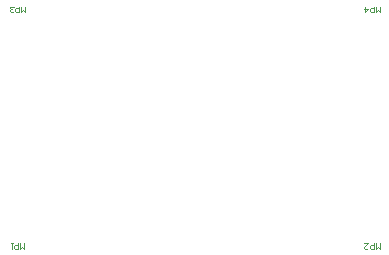
<source format=gbr>
G04*
G04 #@! TF.GenerationSoftware,Altium Limited,Altium Designer,24.9.1 (31)*
G04*
G04 Layer_Color=32768*
%FSLAX25Y25*%
%MOIN*%
G70*
G04*
G04 #@! TF.SameCoordinates,BE83DA22-E0C5-4DDF-BF2C-7847B46FCBB1*
G04*
G04*
G04 #@! TF.FilePolarity,Positive*
G04*
G01*
G75*
%ADD61C,0.00197*%
D61*
X159776Y20669D02*
Y18701D01*
X159120Y19357D01*
X158464Y18701D01*
Y20669D01*
X157808D02*
Y18701D01*
X156824D01*
X156496Y19029D01*
Y19685D01*
X156824Y20013D01*
X157808D01*
X155840Y20669D02*
X155184D01*
X155512D01*
Y18701D01*
X155840Y19029D01*
X160104Y99409D02*
Y97441D01*
X159448Y98097D01*
X158792Y97441D01*
Y99409D01*
X158136D02*
Y97441D01*
X157152D01*
X156824Y97769D01*
Y98425D01*
X157152Y98753D01*
X158136D01*
X156168Y97769D02*
X155840Y97441D01*
X155184D01*
X154857Y97769D01*
Y98097D01*
X155184Y98425D01*
X155512D01*
X155184D01*
X154857Y98753D01*
Y99081D01*
X155184Y99409D01*
X155840D01*
X156168Y99081D01*
X278214Y99409D02*
Y97441D01*
X277558Y98097D01*
X276902Y97441D01*
Y99409D01*
X276247D02*
Y97441D01*
X275263D01*
X274935Y97769D01*
Y98425D01*
X275263Y98753D01*
X276247D01*
X273295Y99409D02*
Y97441D01*
X274279Y98425D01*
X272967D01*
X278214Y20669D02*
Y18701D01*
X277558Y19357D01*
X276902Y18701D01*
Y20669D01*
X276247D02*
Y18701D01*
X275263D01*
X274935Y19029D01*
Y19685D01*
X275263Y20013D01*
X276247D01*
X272967Y20669D02*
X274279D01*
X272967Y19357D01*
Y19029D01*
X273295Y18701D01*
X273951D01*
X274279Y19029D01*
M02*

</source>
